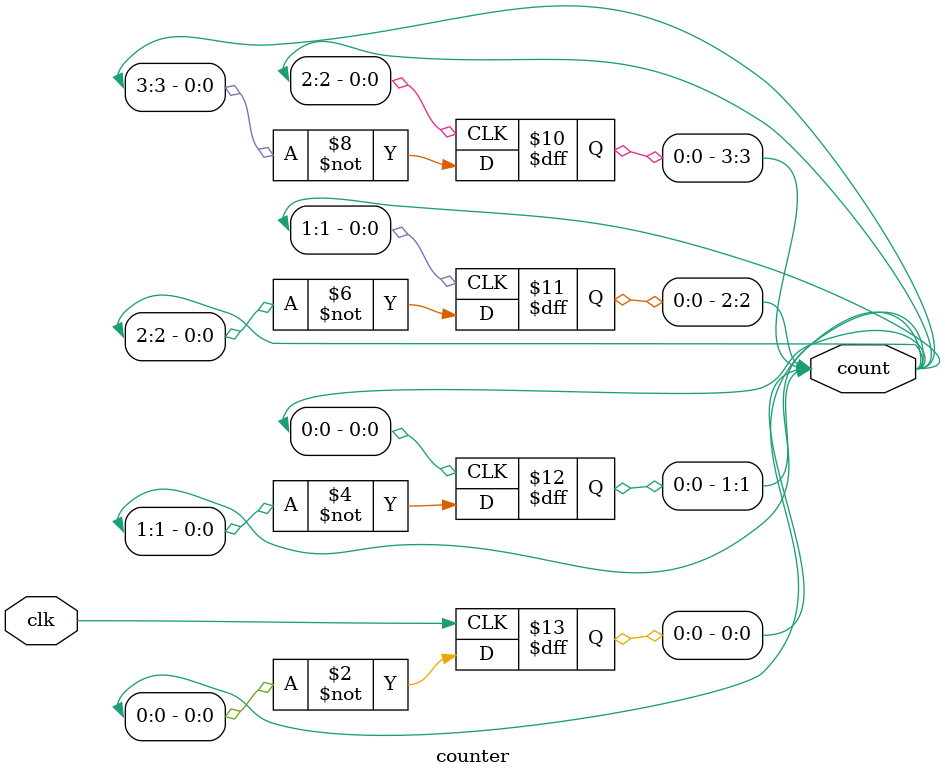
<source format=v>

module counter( clk, count );
input clk;
output[3:0] count;

reg[3:0] count;
wire clk;

initial
    count = 4'b0;

always @( negedge clk )
    count[0] <= ~count[0];

always @( negedge count[0] )
    count[1] <= ~count[1];

always @( negedge count[1] )
    count[2] <= ~count[2];

always @( negedge count[2] )
    count[3] <= ~count[3];

endmodule
</source>
